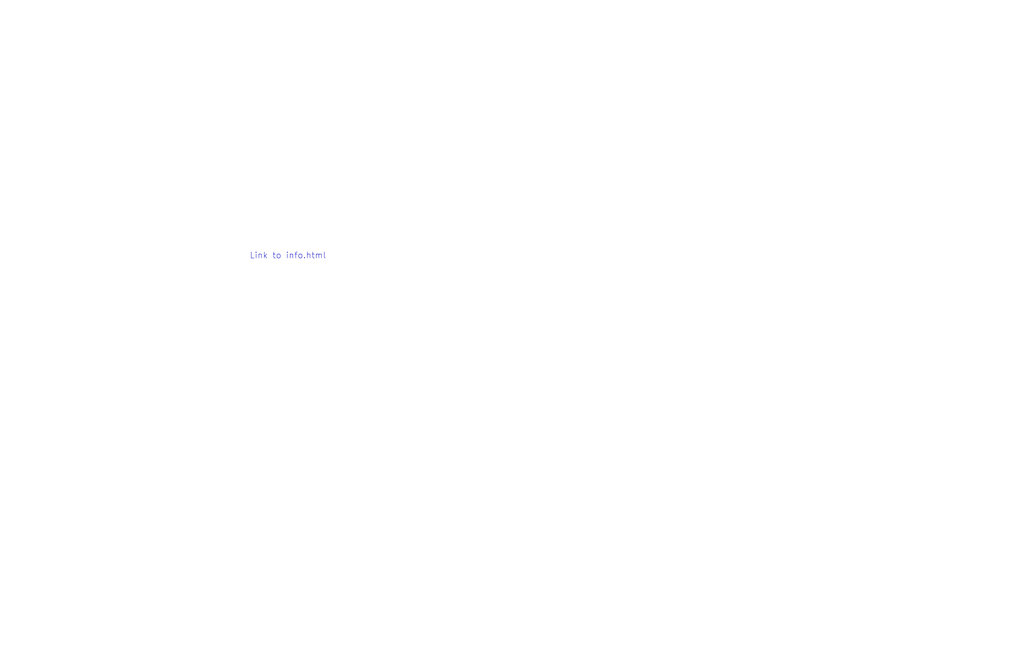
<source format=kicad_sch>
(kicad_sch
	(version 20250114)
	(generator "eeschema")
	(generator_version "9.0")
	(uuid "42a5b1af-5772-460a-a5e7-27a6a8214aab")
	(paper "B")
	(lib_symbols)
	(text "Link to info.html"
		(exclude_from_sim no)
		(at 121.412 107.95 0)
		(effects
			(font
				(size 2.54 2.54)
			)
			(href "file:///${KIPRJMOD}/meta/info.html")
		)
		(uuid "51334f73-ceca-4505-870f-3c623b912885")
	)
)

</source>
